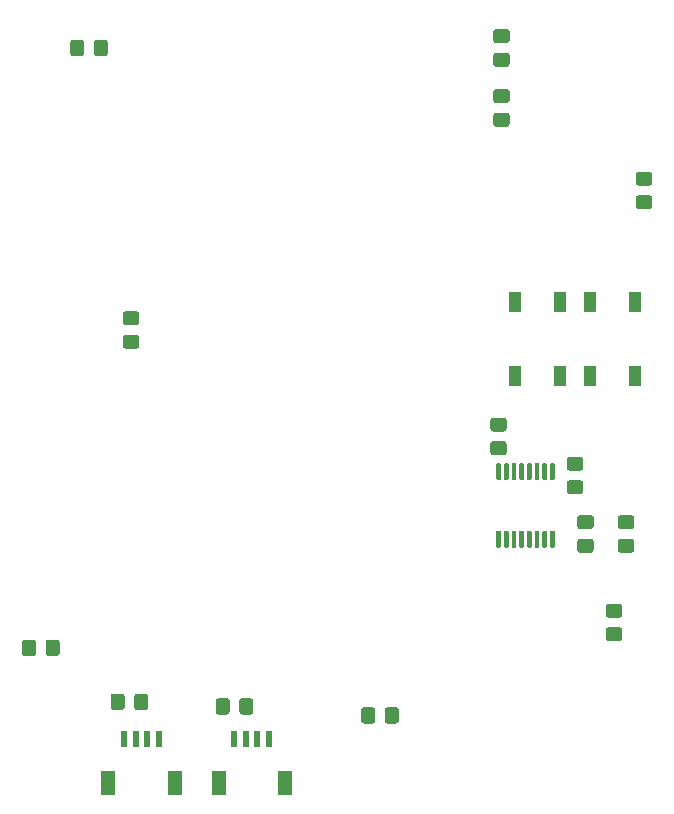
<source format=gbr>
%TF.GenerationSoftware,KiCad,Pcbnew,(5.1.9)-1*%
%TF.CreationDate,2022-01-19T20:33:13-05:00*%
%TF.ProjectId,gamepad_alpha,67616d65-7061-4645-9f61-6c7068612e6b,rev?*%
%TF.SameCoordinates,Original*%
%TF.FileFunction,Paste,Top*%
%TF.FilePolarity,Positive*%
%FSLAX46Y46*%
G04 Gerber Fmt 4.6, Leading zero omitted, Abs format (unit mm)*
G04 Created by KiCad (PCBNEW (5.1.9)-1) date 2022-01-19 20:33:13*
%MOMM*%
%LPD*%
G01*
G04 APERTURE LIST*
%ADD10R,1.000000X1.700000*%
%ADD11R,1.198880X1.998980*%
%ADD12R,0.599440X1.348740*%
G04 APERTURE END LIST*
D10*
%TO.C,SW3*%
X68448000Y-152298000D03*
X68448000Y-158598000D03*
X64648000Y-152298000D03*
X64648000Y-158598000D03*
%TD*%
%TO.C,SW2*%
X62098000Y-152298000D03*
X62098000Y-158598000D03*
X58298000Y-152298000D03*
X58298000Y-158598000D03*
%TD*%
%TO.C,R5*%
G36*
G01*
X64712001Y-171558000D02*
X63811999Y-171558000D01*
G75*
G02*
X63562000Y-171308001I0J249999D01*
G01*
X63562000Y-170607999D01*
G75*
G02*
X63811999Y-170358000I249999J0D01*
G01*
X64712001Y-170358000D01*
G75*
G02*
X64962000Y-170607999I0J-249999D01*
G01*
X64962000Y-171308001D01*
G75*
G02*
X64712001Y-171558000I-249999J0D01*
G01*
G37*
G36*
G01*
X64712001Y-173558000D02*
X63811999Y-173558000D01*
G75*
G02*
X63562000Y-173308001I0J249999D01*
G01*
X63562000Y-172607999D01*
G75*
G02*
X63811999Y-172358000I249999J0D01*
G01*
X64712001Y-172358000D01*
G75*
G02*
X64962000Y-172607999I0J-249999D01*
G01*
X64962000Y-173308001D01*
G75*
G02*
X64712001Y-173558000I-249999J0D01*
G01*
G37*
%TD*%
%TO.C,R4*%
G36*
G01*
X68141001Y-171558000D02*
X67240999Y-171558000D01*
G75*
G02*
X66991000Y-171308001I0J249999D01*
G01*
X66991000Y-170607999D01*
G75*
G02*
X67240999Y-170358000I249999J0D01*
G01*
X68141001Y-170358000D01*
G75*
G02*
X68391000Y-170607999I0J-249999D01*
G01*
X68391000Y-171308001D01*
G75*
G02*
X68141001Y-171558000I-249999J0D01*
G01*
G37*
G36*
G01*
X68141001Y-173558000D02*
X67240999Y-173558000D01*
G75*
G02*
X66991000Y-173308001I0J249999D01*
G01*
X66991000Y-172607999D01*
G75*
G02*
X67240999Y-172358000I249999J0D01*
G01*
X68141001Y-172358000D01*
G75*
G02*
X68391000Y-172607999I0J-249999D01*
G01*
X68391000Y-173308001D01*
G75*
G02*
X68141001Y-173558000I-249999J0D01*
G01*
G37*
%TD*%
%TO.C,C13*%
G36*
G01*
X62922999Y-167405000D02*
X63823001Y-167405000D01*
G75*
G02*
X64073000Y-167654999I0J-249999D01*
G01*
X64073000Y-168355001D01*
G75*
G02*
X63823001Y-168605000I-249999J0D01*
G01*
X62922999Y-168605000D01*
G75*
G02*
X62673000Y-168355001I0J249999D01*
G01*
X62673000Y-167654999D01*
G75*
G02*
X62922999Y-167405000I249999J0D01*
G01*
G37*
G36*
G01*
X62922999Y-165405000D02*
X63823001Y-165405000D01*
G75*
G02*
X64073000Y-165654999I0J-249999D01*
G01*
X64073000Y-166355001D01*
G75*
G02*
X63823001Y-166605000I-249999J0D01*
G01*
X62922999Y-166605000D01*
G75*
G02*
X62673000Y-166355001I0J249999D01*
G01*
X62673000Y-165654999D01*
G75*
G02*
X62922999Y-165405000I249999J0D01*
G01*
G37*
%TD*%
%TO.C,C12*%
G36*
G01*
X34144000Y-186112999D02*
X34144000Y-187013001D01*
G75*
G02*
X33894001Y-187263000I-249999J0D01*
G01*
X33193999Y-187263000D01*
G75*
G02*
X32944000Y-187013001I0J249999D01*
G01*
X32944000Y-186112999D01*
G75*
G02*
X33193999Y-185863000I249999J0D01*
G01*
X33894001Y-185863000D01*
G75*
G02*
X34144000Y-186112999I0J-249999D01*
G01*
G37*
G36*
G01*
X36144000Y-186112999D02*
X36144000Y-187013001D01*
G75*
G02*
X35894001Y-187263000I-249999J0D01*
G01*
X35193999Y-187263000D01*
G75*
G02*
X34944000Y-187013001I0J249999D01*
G01*
X34944000Y-186112999D01*
G75*
G02*
X35193999Y-185863000I249999J0D01*
G01*
X35894001Y-185863000D01*
G75*
G02*
X36144000Y-186112999I0J-249999D01*
G01*
G37*
%TD*%
%TO.C,C11*%
G36*
G01*
X66224999Y-179851000D02*
X67125001Y-179851000D01*
G75*
G02*
X67375000Y-180100999I0J-249999D01*
G01*
X67375000Y-180801001D01*
G75*
G02*
X67125001Y-181051000I-249999J0D01*
G01*
X66224999Y-181051000D01*
G75*
G02*
X65975000Y-180801001I0J249999D01*
G01*
X65975000Y-180100999D01*
G75*
G02*
X66224999Y-179851000I249999J0D01*
G01*
G37*
G36*
G01*
X66224999Y-177851000D02*
X67125001Y-177851000D01*
G75*
G02*
X67375000Y-178100999I0J-249999D01*
G01*
X67375000Y-178801001D01*
G75*
G02*
X67125001Y-179051000I-249999J0D01*
G01*
X66224999Y-179051000D01*
G75*
G02*
X65975000Y-178801001I0J249999D01*
G01*
X65975000Y-178100999D01*
G75*
G02*
X66224999Y-177851000I249999J0D01*
G01*
G37*
%TD*%
%TO.C,C10*%
G36*
G01*
X21825000Y-130359999D02*
X21825000Y-131260001D01*
G75*
G02*
X21575001Y-131510000I-249999J0D01*
G01*
X20874999Y-131510000D01*
G75*
G02*
X20625000Y-131260001I0J249999D01*
G01*
X20625000Y-130359999D01*
G75*
G02*
X20874999Y-130110000I249999J0D01*
G01*
X21575001Y-130110000D01*
G75*
G02*
X21825000Y-130359999I0J-249999D01*
G01*
G37*
G36*
G01*
X23825000Y-130359999D02*
X23825000Y-131260001D01*
G75*
G02*
X23575001Y-131510000I-249999J0D01*
G01*
X22874999Y-131510000D01*
G75*
G02*
X22625000Y-131260001I0J249999D01*
G01*
X22625000Y-130359999D01*
G75*
G02*
X22874999Y-130110000I249999J0D01*
G01*
X23575001Y-130110000D01*
G75*
G02*
X23825000Y-130359999I0J-249999D01*
G01*
G37*
%TD*%
%TO.C,C8*%
G36*
G01*
X25254000Y-185731999D02*
X25254000Y-186632001D01*
G75*
G02*
X25004001Y-186882000I-249999J0D01*
G01*
X24303999Y-186882000D01*
G75*
G02*
X24054000Y-186632001I0J249999D01*
G01*
X24054000Y-185731999D01*
G75*
G02*
X24303999Y-185482000I249999J0D01*
G01*
X25004001Y-185482000D01*
G75*
G02*
X25254000Y-185731999I0J-249999D01*
G01*
G37*
G36*
G01*
X27254000Y-185731999D02*
X27254000Y-186632001D01*
G75*
G02*
X27004001Y-186882000I-249999J0D01*
G01*
X26303999Y-186882000D01*
G75*
G02*
X26054000Y-186632001I0J249999D01*
G01*
X26054000Y-185731999D01*
G75*
G02*
X26303999Y-185482000I249999J0D01*
G01*
X27004001Y-185482000D01*
G75*
G02*
X27254000Y-185731999I0J-249999D01*
G01*
G37*
%TD*%
%TO.C,C7*%
G36*
G01*
X56699999Y-131210000D02*
X57600001Y-131210000D01*
G75*
G02*
X57850000Y-131459999I0J-249999D01*
G01*
X57850000Y-132160001D01*
G75*
G02*
X57600001Y-132410000I-249999J0D01*
G01*
X56699999Y-132410000D01*
G75*
G02*
X56450000Y-132160001I0J249999D01*
G01*
X56450000Y-131459999D01*
G75*
G02*
X56699999Y-131210000I249999J0D01*
G01*
G37*
G36*
G01*
X56699999Y-129210000D02*
X57600001Y-129210000D01*
G75*
G02*
X57850000Y-129459999I0J-249999D01*
G01*
X57850000Y-130160001D01*
G75*
G02*
X57600001Y-130410000I-249999J0D01*
G01*
X56699999Y-130410000D01*
G75*
G02*
X56450000Y-130160001I0J249999D01*
G01*
X56450000Y-129459999D01*
G75*
G02*
X56699999Y-129210000I249999J0D01*
G01*
G37*
%TD*%
%TO.C,C6*%
G36*
G01*
X57600001Y-135490000D02*
X56699999Y-135490000D01*
G75*
G02*
X56450000Y-135240001I0J249999D01*
G01*
X56450000Y-134539999D01*
G75*
G02*
X56699999Y-134290000I249999J0D01*
G01*
X57600001Y-134290000D01*
G75*
G02*
X57850000Y-134539999I0J-249999D01*
G01*
X57850000Y-135240001D01*
G75*
G02*
X57600001Y-135490000I-249999J0D01*
G01*
G37*
G36*
G01*
X57600001Y-137490000D02*
X56699999Y-137490000D01*
G75*
G02*
X56450000Y-137240001I0J249999D01*
G01*
X56450000Y-136539999D01*
G75*
G02*
X56699999Y-136290000I249999J0D01*
G01*
X57600001Y-136290000D01*
G75*
G02*
X57850000Y-136539999I0J-249999D01*
G01*
X57850000Y-137240001D01*
G75*
G02*
X57600001Y-137490000I-249999J0D01*
G01*
G37*
%TD*%
%TO.C,C5*%
G36*
G01*
X17750840Y-181159999D02*
X17750840Y-182060001D01*
G75*
G02*
X17500841Y-182310000I-249999J0D01*
G01*
X16800839Y-182310000D01*
G75*
G02*
X16550840Y-182060001I0J249999D01*
G01*
X16550840Y-181159999D01*
G75*
G02*
X16800839Y-180910000I249999J0D01*
G01*
X17500841Y-180910000D01*
G75*
G02*
X17750840Y-181159999I0J-249999D01*
G01*
G37*
G36*
G01*
X19750840Y-181159999D02*
X19750840Y-182060001D01*
G75*
G02*
X19500841Y-182310000I-249999J0D01*
G01*
X18800839Y-182310000D01*
G75*
G02*
X18550840Y-182060001I0J249999D01*
G01*
X18550840Y-181159999D01*
G75*
G02*
X18800839Y-180910000I249999J0D01*
G01*
X19500841Y-180910000D01*
G75*
G02*
X19750840Y-181159999I0J-249999D01*
G01*
G37*
%TD*%
%TO.C,C4*%
G36*
G01*
X57346001Y-163303000D02*
X56445999Y-163303000D01*
G75*
G02*
X56196000Y-163053001I0J249999D01*
G01*
X56196000Y-162352999D01*
G75*
G02*
X56445999Y-162103000I249999J0D01*
G01*
X57346001Y-162103000D01*
G75*
G02*
X57596000Y-162352999I0J-249999D01*
G01*
X57596000Y-163053001D01*
G75*
G02*
X57346001Y-163303000I-249999J0D01*
G01*
G37*
G36*
G01*
X57346001Y-165303000D02*
X56445999Y-165303000D01*
G75*
G02*
X56196000Y-165053001I0J249999D01*
G01*
X56196000Y-164352999D01*
G75*
G02*
X56445999Y-164103000I249999J0D01*
G01*
X57346001Y-164103000D01*
G75*
G02*
X57596000Y-164352999I0J-249999D01*
G01*
X57596000Y-165053001D01*
G75*
G02*
X57346001Y-165303000I-249999J0D01*
G01*
G37*
%TD*%
%TO.C,C3*%
G36*
G01*
X68764999Y-143275000D02*
X69665001Y-143275000D01*
G75*
G02*
X69915000Y-143524999I0J-249999D01*
G01*
X69915000Y-144225001D01*
G75*
G02*
X69665001Y-144475000I-249999J0D01*
G01*
X68764999Y-144475000D01*
G75*
G02*
X68515000Y-144225001I0J249999D01*
G01*
X68515000Y-143524999D01*
G75*
G02*
X68764999Y-143275000I249999J0D01*
G01*
G37*
G36*
G01*
X68764999Y-141275000D02*
X69665001Y-141275000D01*
G75*
G02*
X69915000Y-141524999I0J-249999D01*
G01*
X69915000Y-142225001D01*
G75*
G02*
X69665001Y-142475000I-249999J0D01*
G01*
X68764999Y-142475000D01*
G75*
G02*
X68515000Y-142225001I0J249999D01*
G01*
X68515000Y-141524999D01*
G75*
G02*
X68764999Y-141275000I249999J0D01*
G01*
G37*
%TD*%
%TO.C,C2*%
G36*
G01*
X25330999Y-155086000D02*
X26231001Y-155086000D01*
G75*
G02*
X26481000Y-155335999I0J-249999D01*
G01*
X26481000Y-156036001D01*
G75*
G02*
X26231001Y-156286000I-249999J0D01*
G01*
X25330999Y-156286000D01*
G75*
G02*
X25081000Y-156036001I0J249999D01*
G01*
X25081000Y-155335999D01*
G75*
G02*
X25330999Y-155086000I249999J0D01*
G01*
G37*
G36*
G01*
X25330999Y-153086000D02*
X26231001Y-153086000D01*
G75*
G02*
X26481000Y-153335999I0J-249999D01*
G01*
X26481000Y-154036001D01*
G75*
G02*
X26231001Y-154286000I-249999J0D01*
G01*
X25330999Y-154286000D01*
G75*
G02*
X25081000Y-154036001I0J249999D01*
G01*
X25081000Y-153335999D01*
G75*
G02*
X25330999Y-153086000I249999J0D01*
G01*
G37*
%TD*%
%TO.C,C1*%
G36*
G01*
X47263000Y-187775001D02*
X47263000Y-186874999D01*
G75*
G02*
X47512999Y-186625000I249999J0D01*
G01*
X48213001Y-186625000D01*
G75*
G02*
X48463000Y-186874999I0J-249999D01*
G01*
X48463000Y-187775001D01*
G75*
G02*
X48213001Y-188025000I-249999J0D01*
G01*
X47512999Y-188025000D01*
G75*
G02*
X47263000Y-187775001I0J249999D01*
G01*
G37*
G36*
G01*
X45263000Y-187775001D02*
X45263000Y-186874999D01*
G75*
G02*
X45512999Y-186625000I249999J0D01*
G01*
X46213001Y-186625000D01*
G75*
G02*
X46463000Y-186874999I0J-249999D01*
G01*
X46463000Y-187775001D01*
G75*
G02*
X46213001Y-188025000I-249999J0D01*
G01*
X45512999Y-188025000D01*
G75*
G02*
X45263000Y-187775001I0J249999D01*
G01*
G37*
%TD*%
%TO.C,U2*%
G36*
G01*
X57007000Y-167420000D02*
X56807000Y-167420000D01*
G75*
G02*
X56707000Y-167320000I0J100000D01*
G01*
X56707000Y-166045000D01*
G75*
G02*
X56807000Y-165945000I100000J0D01*
G01*
X57007000Y-165945000D01*
G75*
G02*
X57107000Y-166045000I0J-100000D01*
G01*
X57107000Y-167320000D01*
G75*
G02*
X57007000Y-167420000I-100000J0D01*
G01*
G37*
G36*
G01*
X57657000Y-167420000D02*
X57457000Y-167420000D01*
G75*
G02*
X57357000Y-167320000I0J100000D01*
G01*
X57357000Y-166045000D01*
G75*
G02*
X57457000Y-165945000I100000J0D01*
G01*
X57657000Y-165945000D01*
G75*
G02*
X57757000Y-166045000I0J-100000D01*
G01*
X57757000Y-167320000D01*
G75*
G02*
X57657000Y-167420000I-100000J0D01*
G01*
G37*
G36*
G01*
X58307000Y-167420000D02*
X58107000Y-167420000D01*
G75*
G02*
X58007000Y-167320000I0J100000D01*
G01*
X58007000Y-166045000D01*
G75*
G02*
X58107000Y-165945000I100000J0D01*
G01*
X58307000Y-165945000D01*
G75*
G02*
X58407000Y-166045000I0J-100000D01*
G01*
X58407000Y-167320000D01*
G75*
G02*
X58307000Y-167420000I-100000J0D01*
G01*
G37*
G36*
G01*
X58957000Y-167420000D02*
X58757000Y-167420000D01*
G75*
G02*
X58657000Y-167320000I0J100000D01*
G01*
X58657000Y-166045000D01*
G75*
G02*
X58757000Y-165945000I100000J0D01*
G01*
X58957000Y-165945000D01*
G75*
G02*
X59057000Y-166045000I0J-100000D01*
G01*
X59057000Y-167320000D01*
G75*
G02*
X58957000Y-167420000I-100000J0D01*
G01*
G37*
G36*
G01*
X59607000Y-167420000D02*
X59407000Y-167420000D01*
G75*
G02*
X59307000Y-167320000I0J100000D01*
G01*
X59307000Y-166045000D01*
G75*
G02*
X59407000Y-165945000I100000J0D01*
G01*
X59607000Y-165945000D01*
G75*
G02*
X59707000Y-166045000I0J-100000D01*
G01*
X59707000Y-167320000D01*
G75*
G02*
X59607000Y-167420000I-100000J0D01*
G01*
G37*
G36*
G01*
X60257000Y-167420000D02*
X60057000Y-167420000D01*
G75*
G02*
X59957000Y-167320000I0J100000D01*
G01*
X59957000Y-166045000D01*
G75*
G02*
X60057000Y-165945000I100000J0D01*
G01*
X60257000Y-165945000D01*
G75*
G02*
X60357000Y-166045000I0J-100000D01*
G01*
X60357000Y-167320000D01*
G75*
G02*
X60257000Y-167420000I-100000J0D01*
G01*
G37*
G36*
G01*
X60907000Y-167420000D02*
X60707000Y-167420000D01*
G75*
G02*
X60607000Y-167320000I0J100000D01*
G01*
X60607000Y-166045000D01*
G75*
G02*
X60707000Y-165945000I100000J0D01*
G01*
X60907000Y-165945000D01*
G75*
G02*
X61007000Y-166045000I0J-100000D01*
G01*
X61007000Y-167320000D01*
G75*
G02*
X60907000Y-167420000I-100000J0D01*
G01*
G37*
G36*
G01*
X61557000Y-167420000D02*
X61357000Y-167420000D01*
G75*
G02*
X61257000Y-167320000I0J100000D01*
G01*
X61257000Y-166045000D01*
G75*
G02*
X61357000Y-165945000I100000J0D01*
G01*
X61557000Y-165945000D01*
G75*
G02*
X61657000Y-166045000I0J-100000D01*
G01*
X61657000Y-167320000D01*
G75*
G02*
X61557000Y-167420000I-100000J0D01*
G01*
G37*
G36*
G01*
X61557000Y-173145000D02*
X61357000Y-173145000D01*
G75*
G02*
X61257000Y-173045000I0J100000D01*
G01*
X61257000Y-171770000D01*
G75*
G02*
X61357000Y-171670000I100000J0D01*
G01*
X61557000Y-171670000D01*
G75*
G02*
X61657000Y-171770000I0J-100000D01*
G01*
X61657000Y-173045000D01*
G75*
G02*
X61557000Y-173145000I-100000J0D01*
G01*
G37*
G36*
G01*
X60907000Y-173145000D02*
X60707000Y-173145000D01*
G75*
G02*
X60607000Y-173045000I0J100000D01*
G01*
X60607000Y-171770000D01*
G75*
G02*
X60707000Y-171670000I100000J0D01*
G01*
X60907000Y-171670000D01*
G75*
G02*
X61007000Y-171770000I0J-100000D01*
G01*
X61007000Y-173045000D01*
G75*
G02*
X60907000Y-173145000I-100000J0D01*
G01*
G37*
G36*
G01*
X60257000Y-173145000D02*
X60057000Y-173145000D01*
G75*
G02*
X59957000Y-173045000I0J100000D01*
G01*
X59957000Y-171770000D01*
G75*
G02*
X60057000Y-171670000I100000J0D01*
G01*
X60257000Y-171670000D01*
G75*
G02*
X60357000Y-171770000I0J-100000D01*
G01*
X60357000Y-173045000D01*
G75*
G02*
X60257000Y-173145000I-100000J0D01*
G01*
G37*
G36*
G01*
X59607000Y-173145000D02*
X59407000Y-173145000D01*
G75*
G02*
X59307000Y-173045000I0J100000D01*
G01*
X59307000Y-171770000D01*
G75*
G02*
X59407000Y-171670000I100000J0D01*
G01*
X59607000Y-171670000D01*
G75*
G02*
X59707000Y-171770000I0J-100000D01*
G01*
X59707000Y-173045000D01*
G75*
G02*
X59607000Y-173145000I-100000J0D01*
G01*
G37*
G36*
G01*
X58957000Y-173145000D02*
X58757000Y-173145000D01*
G75*
G02*
X58657000Y-173045000I0J100000D01*
G01*
X58657000Y-171770000D01*
G75*
G02*
X58757000Y-171670000I100000J0D01*
G01*
X58957000Y-171670000D01*
G75*
G02*
X59057000Y-171770000I0J-100000D01*
G01*
X59057000Y-173045000D01*
G75*
G02*
X58957000Y-173145000I-100000J0D01*
G01*
G37*
G36*
G01*
X58307000Y-173145000D02*
X58107000Y-173145000D01*
G75*
G02*
X58007000Y-173045000I0J100000D01*
G01*
X58007000Y-171770000D01*
G75*
G02*
X58107000Y-171670000I100000J0D01*
G01*
X58307000Y-171670000D01*
G75*
G02*
X58407000Y-171770000I0J-100000D01*
G01*
X58407000Y-173045000D01*
G75*
G02*
X58307000Y-173145000I-100000J0D01*
G01*
G37*
G36*
G01*
X57657000Y-173145000D02*
X57457000Y-173145000D01*
G75*
G02*
X57357000Y-173045000I0J100000D01*
G01*
X57357000Y-171770000D01*
G75*
G02*
X57457000Y-171670000I100000J0D01*
G01*
X57657000Y-171670000D01*
G75*
G02*
X57757000Y-171770000I0J-100000D01*
G01*
X57757000Y-173045000D01*
G75*
G02*
X57657000Y-173145000I-100000J0D01*
G01*
G37*
G36*
G01*
X57007000Y-173145000D02*
X56807000Y-173145000D01*
G75*
G02*
X56707000Y-173045000I0J100000D01*
G01*
X56707000Y-171770000D01*
G75*
G02*
X56807000Y-171670000I100000J0D01*
G01*
X57007000Y-171670000D01*
G75*
G02*
X57107000Y-171770000I0J-100000D01*
G01*
X57107000Y-173045000D01*
G75*
G02*
X57007000Y-173145000I-100000J0D01*
G01*
G37*
%TD*%
D11*
%TO.C,J17*%
X33195439Y-193029840D03*
X38793599Y-193029840D03*
D12*
X37493119Y-189357000D03*
X36492359Y-189357000D03*
X35496679Y-189357000D03*
X34495919Y-189357000D03*
%TD*%
D11*
%TO.C,J6*%
X23870920Y-193029840D03*
X29469080Y-193029840D03*
D12*
X28168600Y-189357000D03*
X27167840Y-189357000D03*
X26172160Y-189357000D03*
X25171400Y-189357000D03*
%TD*%
M02*

</source>
